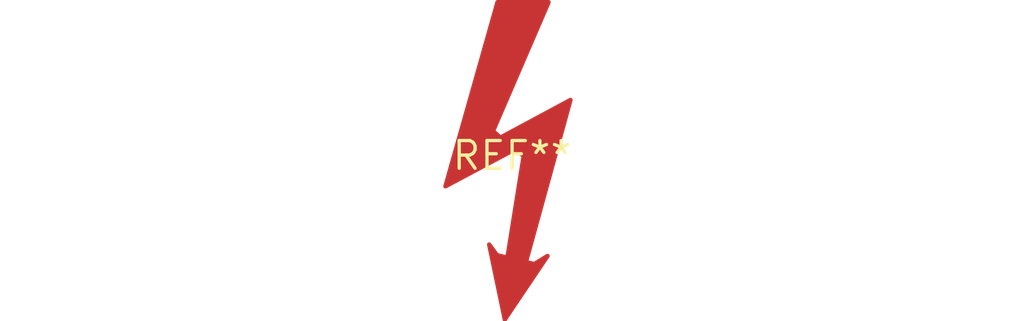
<source format=kicad_pcb>
(kicad_pcb (version 20240108) (generator pcbnew)
  (layers (0 "F.Cu" signal) (31 "B.Cu" signal) (34 "B.Paste" user) (35 "F.Paste" user) (36 "B.SilkS" user "B.Silkscreen") (37 "F.SilkS" user "F.Silkscreen") (38 "B.Mask" user) (39 "F.Mask" user) (44 "Edge.Cuts" user))
  (net 0 "")
  (footprint "Symbol_HighVoltage_NoTriangle_6x15mm_Copper" (layer "F.Cu") (at 0 0)
    (property "Reference" "REF**")
    (property "Value" "Symbol_HighVoltage_NoTriangle_6x15mm_Copper")
    (fp_poly (pts (xy -0.77 4.54) (xy 1.07 4.98) (xy -0.333376 7.501)) (layer "F.Cu") (stroke (width 0.2)) (fill solid))
    (fp_poly (pts (xy 0.619125 -0.547625) (xy 0.13 -0.28) (xy 0.55 0.02)) (layer "F.Cu") (stroke (width 0.2)) (fill solid))
    (fp_poly (pts (xy -0.88 -1.14) (xy -1.143 -0.5) (xy -0.52 -0.81) (xy -0.89 -1.14)) (layer "F.Cu") (stroke (width 0.2)) (fill solid))
    (fp_poly (pts (xy -1.143 -0.5) (xy 2.666999 -2.547875) (xy 0.523874 5.262625) (xy 1.61925 4.595875) (xy -0.333376 7.501) (xy -1.04775 4.072001) (xy -0.285751 5.11975) (xy 0.619125 -0.547625) (xy -3.048001 1.405001) (xy -0.666751 -7.024625) (xy 1.666874 -7.024625)) (layer "F.Cu") (stroke (width 0.2)) (fill solid))
  )
)
</source>
